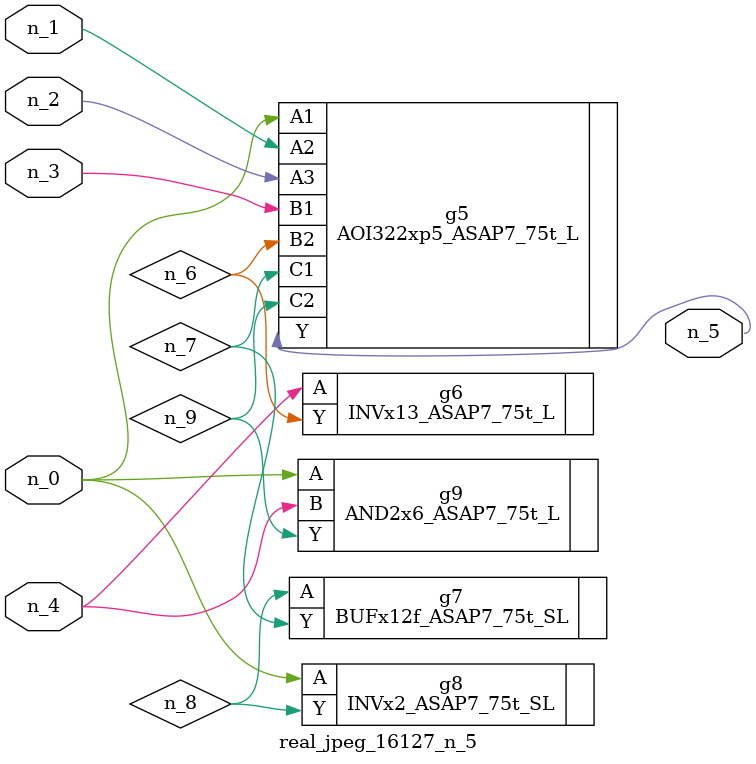
<source format=v>
module real_jpeg_16127_n_5 (n_4, n_0, n_1, n_2, n_3, n_5);

input n_4;
input n_0;
input n_1;
input n_2;
input n_3;

output n_5;

wire n_8;
wire n_6;
wire n_7;
wire n_9;

AOI322xp5_ASAP7_75t_L g5 ( 
.A1(n_0),
.A2(n_1),
.A3(n_2),
.B1(n_3),
.B2(n_6),
.C1(n_7),
.C2(n_9),
.Y(n_5)
);

INVx2_ASAP7_75t_SL g8 ( 
.A(n_0),
.Y(n_8)
);

AND2x6_ASAP7_75t_L g9 ( 
.A(n_0),
.B(n_4),
.Y(n_9)
);

INVx13_ASAP7_75t_L g6 ( 
.A(n_4),
.Y(n_6)
);

BUFx12f_ASAP7_75t_SL g7 ( 
.A(n_8),
.Y(n_7)
);


endmodule
</source>
